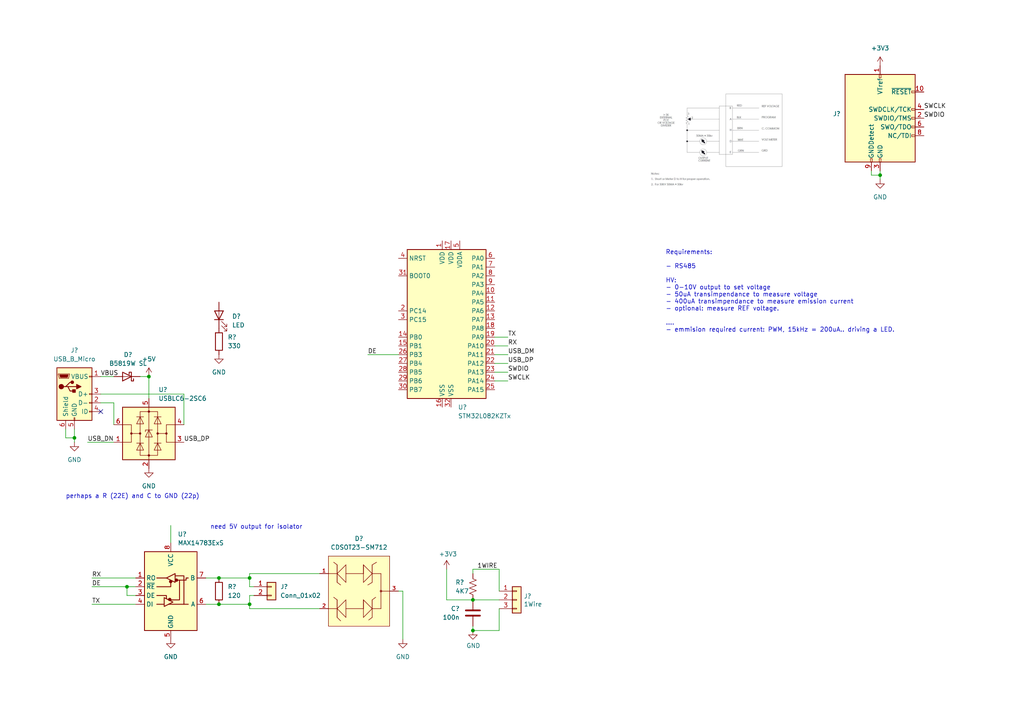
<source format=kicad_sch>
(kicad_sch (version 20211123) (generator eeschema)
  (paper "A4")
  (lib_symbols
    (symbol "Connector:Conn_ARM_JTAG_SWD_10" (pin_names (offset 1.016))
      (property "Reference" "J" (at -2.54 16.51 0))
      (property "Value" "Conn_ARM_JTAG_SWD_10" (at -2.54 13.97 0))
      (symbol "Conn_ARM_JTAG_SWD_10_0_1"
        (rectangle (start -10.16 12.7) (end 10.16 -12.7) (stroke (width 0.254)) (fill (type background)))
        (rectangle (start -2.794 -12.7) (end -2.286 -11.684))
        (rectangle (start -0.254 -12.7) (end 0.254 -11.684))
        (rectangle (start -0.254 12.7) (end 0.254 11.684))
        (rectangle (start 9.144 2.286) (end 10.16 2.794))
        (rectangle (start 10.16 -2.794) (end 9.144 -2.286))
        (rectangle (start 10.16 -0.254) (end 9.144 0.254))
        (rectangle (start 10.16 7.874) (end 9.144 7.366))
      )
      (symbol "Conn_ARM_JTAG_SWD_10_1_1"
        (rectangle (start 9.144 -5.334) (end 10.16 -4.826))
        (pin power_in line (at 0 15.24 270) (length 2.54) (name "VTref") (number "1"))
        (pin open_collector line (at 12.7 7.62 180) (length 2.54) (name "~{RESET}") (number "10"))
        (pin bidirectional line (at 12.7 0 180) (length 2.54) (name "SWDIO/TMS") (number "2"))
        (pin power_in line (at 0 -15.24 90) (length 2.54) (name "GND") (number "3"))
        (pin output line (at 12.7 2.54 180) (length 2.54) (name "SWDCLK/TCK") (number "4"))
        (pin passive line (at 0 -15.24 90) (length 2.54) hide (name "GND") (number "5"))
        (pin input line (at 12.7 -2.54 180) (length 2.54) (name "SWO/TDO") (number "6"))
        (pin no_connect line (at -10.16 0 0) (length 2.54) hide (name "KEY") (number "7"))
        (pin output line (at 12.7 -5.08 180) (length 2.54) (name "NC/TDI") (number "8"))
        (pin passive line (at -2.54 -15.24 90) (length 2.54) (name "GNDDetect") (number "9"))
      )
    )
    (symbol "Connector:USB_B_Micro" (pin_names (offset 1.016))
      (property "Reference" "J" (at -5.08 11.43 0))
      (property "Value" "USB_B_Micro" (at -5.08 8.89 0))
      (symbol "USB_B_Micro_0_1"
        (rectangle (start -5.08 -7.62) (end 5.08 7.62) (stroke (width 0.254)) (fill (type background)))
        (circle (center -3.81 2.159) (radius 0.635) (stroke (width 0.254)) (fill (type outline)))
        (circle (center -0.635 3.429) (radius 0.381) (stroke (width 0.254)) (fill (type outline)))
        (rectangle (start -0.127 -7.62) (end 0.127 -6.858))
        (polyline (pts (xy -1.905 2.159) (xy 0.635 2.159)) (stroke (width 0.254)))
        (polyline (pts (xy -3.175 2.159) (xy -2.54 2.159) (xy -1.27 3.429) (xy -0.635 3.429)) (stroke (width 0.254)))
        (polyline (pts (xy -2.54 2.159) (xy -1.905 2.159) (xy -1.27 0.889) (xy 0 0.889)) (stroke (width 0.254)))
        (polyline (pts (xy 0.635 2.794) (xy 0.635 1.524) (xy 1.905 2.159) (xy 0.635 2.794)) (stroke (width 0.254)) (fill (type outline)))
        (polyline (pts (xy -4.318 5.588) (xy -1.778 5.588) (xy -2.032 4.826) (xy -4.064 4.826) (xy -4.318 5.588)) (fill (type outline)))
        (polyline (pts (xy -4.699 5.842) (xy -4.699 5.588) (xy -4.445 4.826) (xy -4.445 4.572) (xy -1.651 4.572) (xy -1.651 4.826) (xy -1.397 5.588) (xy -1.397 5.842) (xy -4.699 5.842)))
        (rectangle (start 0.254 1.27) (end -0.508 0.508) (stroke (width 0.254)) (fill (type outline)))
        (rectangle (start 5.08 -5.207) (end 4.318 -4.953))
        (rectangle (start 5.08 -2.667) (end 4.318 -2.413))
        (rectangle (start 5.08 -0.127) (end 4.318 0.127))
        (rectangle (start 5.08 4.953) (end 4.318 5.207))
      )
      (symbol "USB_B_Micro_1_1"
        (pin power_out line (at 7.62 5.08 180) (length 2.54) (name "VBUS") (number "1"))
        (pin bidirectional line (at 7.62 -2.54 180) (length 2.54) (name "D-") (number "2"))
        (pin bidirectional line (at 7.62 0 180) (length 2.54) (name "D+") (number "3"))
        (pin passive line (at 7.62 -5.08 180) (length 2.54) (name "ID") (number "4"))
        (pin power_out line (at 0 -10.16 90) (length 2.54) (name "GND") (number "5"))
        (pin passive line (at -2.54 -10.16 90) (length 2.54) (name "Shield") (number "6"))
      )
    )
    (symbol "Connector_Generic:Conn_01x02" (pin_names (offset 1.016) hide)
      (property "Reference" "J" (at 0 2.54 0))
      (property "Value" "Conn_01x02" (at 0 -5.08 0))
      (symbol "Conn_01x02_1_1"
        (rectangle (start -1.27 -2.413) (end 0 -2.667) (stroke (width 0.1524)))
        (rectangle (start -1.27 0.127) (end 0 -0.127) (stroke (width 0.1524)))
        (rectangle (start -1.27 1.27) (end 1.27 -3.81) (stroke (width 0.254)) (fill (type background)))
        (pin passive line (at -5.08 0 0) (length 3.81) (name "Pin_1") (number "1"))
        (pin passive line (at -5.08 -2.54 0) (length 3.81) (name "Pin_2") (number "2"))
      )
    )
    (symbol "Connector_Generic:Conn_01x03" (pin_names (offset 1.016) hide)
      (property "Reference" "J" (at 0 5.08 0))
      (property "Value" "Conn_01x03" (at 0 -5.08 0))
      (symbol "Conn_01x03_1_1"
        (rectangle (start -1.27 -2.413) (end 0 -2.667) (stroke (width 0.1524)))
        (rectangle (start -1.27 0.127) (end 0 -0.127) (stroke (width 0.1524)))
        (rectangle (start -1.27 2.667) (end 0 2.413) (stroke (width 0.1524)))
        (rectangle (start -1.27 3.81) (end 1.27 -3.81) (stroke (width 0.254)) (fill (type background)))
        (pin passive line (at -5.08 2.54 0) (length 3.81) (name "Pin_1") (number "1"))
        (pin passive line (at -5.08 0 0) (length 3.81) (name "Pin_2") (number "2"))
        (pin passive line (at -5.08 -2.54 0) (length 3.81) (name "Pin_3") (number "3"))
      )
    )
    (symbol "Device:C" (pin_numbers hide) (pin_names (offset 0.254))
      (property "Reference" "C" (at 0.635 2.54 0))
      (property "Value" "C" (at 0.635 -2.54 0))
      (symbol "C_0_1"
        (polyline (pts (xy -2.032 -0.762) (xy 2.032 -0.762)) (stroke (width 0.508)))
        (polyline (pts (xy -2.032 0.762) (xy 2.032 0.762)) (stroke (width 0.508)))
      )
      (symbol "C_1_1"
        (pin passive line (at 0 3.81 270) (length 2.794) (name "~") (number "1"))
        (pin passive line (at 0 -3.81 90) (length 2.794) (name "~") (number "2"))
      )
    )
    (symbol "Device:D_Schottky" (pin_numbers hide) (pin_names (offset 1.016) hide)
      (property "Reference" "D" (at 0 2.54 0))
      (property "Value" "D_Schottky" (at 0 -2.54 0))
      (symbol "D_Schottky_0_1"
        (polyline (pts (xy 1.27 0) (xy -1.27 0)))
        (polyline (pts (xy 1.27 1.27) (xy 1.27 -1.27) (xy -1.27 0) (xy 1.27 1.27)) (stroke (width 0.254)))
        (polyline (pts (xy -1.905 0.635) (xy -1.905 1.27) (xy -1.27 1.27) (xy -1.27 -1.27) (xy -0.635 -1.27) (xy -0.635 -0.635)) (stroke (width 0.254)))
      )
      (symbol "D_Schottky_1_1"
        (pin passive line (at -3.81 0 0) (length 2.54) (name "K") (number "1"))
        (pin passive line (at 3.81 0 180) (length 2.54) (name "A") (number "2"))
      )
    )
    (symbol "Device:LED" (pin_numbers hide) (pin_names (offset 1.016) hide)
      (property "Reference" "D" (at 0 2.54 0))
      (property "Value" "LED" (at 0 -2.54 0))
      (symbol "LED_0_1"
        (polyline (pts (xy -1.27 -1.27) (xy -1.27 1.27)) (stroke (width 0.254)))
        (polyline (pts (xy -1.27 0) (xy 1.27 0)))
        (polyline (pts (xy 1.27 -1.27) (xy 1.27 1.27) (xy -1.27 0) (xy 1.27 -1.27)) (stroke (width 0.254)))
        (polyline (pts (xy -3.048 -0.762) (xy -4.572 -2.286) (xy -3.81 -2.286) (xy -4.572 -2.286) (xy -4.572 -1.524)))
        (polyline (pts (xy -1.778 -0.762) (xy -3.302 -2.286) (xy -2.54 -2.286) (xy -3.302 -2.286) (xy -3.302 -1.524)))
      )
      (symbol "LED_1_1"
        (pin passive line (at -3.81 0 0) (length 2.54) (name "K") (number "1"))
        (pin passive line (at 3.81 0 180) (length 2.54) (name "A") (number "2"))
      )
    )
    (symbol "Device:R" (pin_numbers hide) (pin_names (offset 0))
      (property "Reference" "R" (at 2.032 0 90))
      (property "Value" "R" (at 0 0 90))
      (symbol "R_0_1"
        (rectangle (start -1.016 -2.54) (end 1.016 2.54) (stroke (width 0.254)))
      )
      (symbol "R_1_1"
        (pin passive line (at 0 3.81 270) (length 1.27) (name "~") (number "1"))
        (pin passive line (at 0 -3.81 90) (length 1.27) (name "~") (number "2"))
      )
    )
    (symbol "Device:R_US" (pin_numbers hide) (pin_names (offset 0))
      (property "Reference" "R" (at 2.54 0 90))
      (property "Value" "R_US" (at -2.54 0 90))
      (symbol "R_US_0_1"
        (polyline (pts (xy 0 -2.286) (xy 0 -2.54)))
        (polyline (pts (xy 0 2.286) (xy 0 2.54)))
        (polyline (pts (xy 0 -0.762) (xy 1.016 -1.143) (xy 0 -1.524) (xy -1.016 -1.905) (xy 0 -2.286)))
        (polyline (pts (xy 0 0.762) (xy 1.016 0.381) (xy 0 0) (xy -1.016 -0.381) (xy 0 -0.762)))
        (polyline (pts (xy 0 2.286) (xy 1.016 1.905) (xy 0 1.524) (xy -1.016 1.143) (xy 0 0.762)))
      )
      (symbol "R_US_1_1"
        (pin passive line (at 0 3.81 270) (length 1.27) (name "~") (number "1"))
        (pin passive line (at 0 -3.81 90) (length 1.27) (name "~") (number "2"))
      )
    )
    (symbol "Interface_UART:MAX14783ExS"
      (property "Reference" "U" (at -6.096 11.43 0))
      (property "Value" "MAX14783ExS" (at 0.762 11.43 0))
      (symbol "MAX14783ExS_0_1"
        (rectangle (start -7.62 10.16) (end 7.62 -12.7) (stroke (width 0.254)) (fill (type background)))
        (circle (center -0.3048 -3.683) (radius 0.3556) (stroke (width 0.254)) (fill (type outline)))
        (circle (center -0.0254 1.4986) (radius 0.3556) (stroke (width 0.254)) (fill (type outline)))
        (polyline (pts (xy -4.064 -5.08) (xy -1.905 -5.08)) (stroke (width 0.254)))
        (polyline (pts (xy -4.064 2.54) (xy -1.27 2.54)) (stroke (width 0.254)))
        (polyline (pts (xy -1.27 -3.2004) (xy -1.27 -3.4544)) (stroke (width 0.254)))
        (polyline (pts (xy -0.635 -5.08) (xy 5.08 -5.08)) (stroke (width 0.254)))
        (polyline (pts (xy -4.064 -2.54) (xy -1.27 -2.54) (xy -1.27 -3.175)) (stroke (width 0.254)))
        (polyline (pts (xy 0 1.27) (xy 0 0) (xy -4.064 0)) (stroke (width 0.254)))
        (polyline (pts (xy 1.27 3.175) (xy 3.81 3.175) (xy 3.81 -5.08)) (stroke (width 0.254)))
        (polyline (pts (xy 2.54 1.905) (xy 2.54 -3.81) (xy 0 -3.81)) (stroke (width 0.254)))
        (polyline (pts (xy -1.905 -3.175) (xy -1.905 -5.715) (xy 0.635 -4.445) (xy -1.905 -3.175)) (stroke (width 0.254)))
        (polyline (pts (xy -1.27 2.54) (xy 1.27 3.81) (xy 1.27 1.27) (xy -1.27 2.54)) (stroke (width 0.254)))
        (polyline (pts (xy 1.905 1.905) (xy 4.445 1.905) (xy 4.445 2.54) (xy 5.08 2.54)) (stroke (width 0.254)))
        (rectangle (start 1.27 3.175) (end 1.27 3.175))
        (circle (center 1.651 1.905) (radius 0.3556) (stroke (width 0.254)) (fill (type outline)))
      )
      (symbol "MAX14783ExS_1_1"
        (pin output line (at -10.16 2.54 0) (length 2.54) (name "RO") (number "1"))
        (pin input line (at -10.16 0 0) (length 2.54) (name "~{RE}") (number "2"))
        (pin input line (at -10.16 -2.54 0) (length 2.54) (name "DE") (number "3"))
        (pin input line (at -10.16 -5.08 0) (length 2.54) (name "DI") (number "4"))
        (pin power_in line (at 0 -15.24 90) (length 2.54) (name "GND") (number "5"))
        (pin bidirectional line (at 10.16 -5.08 180) (length 2.54) (name "A") (number "6"))
        (pin bidirectional line (at 10.16 2.54 180) (length 2.54) (name "B") (number "7"))
        (pin power_in line (at 0 12.7 270) (length 2.54) (name "VCC") (number "8"))
      )
    )
    (symbol "MCU_ST_STM32L0:STM32L082KZTx"
      (property "Reference" "U" (at -12.7 21.59 0))
      (property "Value" "STM32L082KZTx" (at 5.08 21.59 0))
      (symbol "STM32L082KZTx_0_1"
        (rectangle (start -12.7 -22.86) (end 10.16 20.32) (stroke (width 0.254)) (fill (type background)))
      )
      (symbol "STM32L082KZTx_1_1"
        (pin power_in line (at -2.54 22.86 270) (length 2.54) (name "VDD") (number "1"))
        (pin bidirectional line (at 12.7 7.62 180) (length 2.54) (name "PA4") (number "10"))
        (pin bidirectional line (at 12.7 5.08 180) (length 2.54) (name "PA5") (number "11"))
        (pin bidirectional line (at 12.7 2.54 180) (length 2.54) (name "PA6") (number "12"))
        (pin bidirectional line (at 12.7 0 180) (length 2.54) (name "PA7") (number "13"))
        (pin bidirectional line (at -15.24 -5.08 0) (length 2.54) (name "PB0") (number "14"))
        (pin bidirectional line (at -15.24 -7.62 0) (length 2.54) (name "PB1") (number "15"))
        (pin power_in line (at -2.54 -25.4 90) (length 2.54) (name "VSS") (number "16"))
        (pin power_in line (at 0 22.86 270) (length 2.54) (name "VDD") (number "17"))
        (pin bidirectional line (at 12.7 -2.54 180) (length 2.54) (name "PA8") (number "18"))
        (pin bidirectional line (at 12.7 -5.08 180) (length 2.54) (name "PA9") (number "19"))
        (pin bidirectional line (at -15.24 2.54 0) (length 2.54) (name "PC14") (number "2"))
        (pin bidirectional line (at 12.7 -7.62 180) (length 2.54) (name "PA10") (number "20"))
        (pin bidirectional line (at 12.7 -10.16 180) (length 2.54) (name "PA11") (number "21"))
        (pin bidirectional line (at 12.7 -12.7 180) (length 2.54) (name "PA12") (number "22"))
        (pin bidirectional line (at 12.7 -15.24 180) (length 2.54) (name "PA13") (number "23"))
        (pin bidirectional line (at 12.7 -17.78 180) (length 2.54) (name "PA14") (number "24"))
        (pin bidirectional line (at 12.7 -20.32 180) (length 2.54) (name "PA15") (number "25"))
        (pin bidirectional line (at -15.24 -10.16 0) (length 2.54) (name "PB3") (number "26"))
        (pin bidirectional line (at -15.24 -12.7 0) (length 2.54) (name "PB4") (number "27"))
        (pin bidirectional line (at -15.24 -15.24 0) (length 2.54) (name "PB5") (number "28"))
        (pin bidirectional line (at -15.24 -17.78 0) (length 2.54) (name "PB6") (number "29"))
        (pin bidirectional line (at -15.24 0 0) (length 2.54) (name "PC15") (number "3"))
        (pin bidirectional line (at -15.24 -20.32 0) (length 2.54) (name "PB7") (number "30"))
        (pin input line (at -15.24 12.7 0) (length 2.54) (name "BOOT0") (number "31"))
        (pin power_in line (at 0 -25.4 90) (length 2.54) (name "VSS") (number "32"))
        (pin input line (at -15.24 17.78 0) (length 2.54) (name "NRST") (number "4"))
        (pin power_in line (at 2.54 22.86 270) (length 2.54) (name "VDDA") (number "5"))
        (pin bidirectional line (at 12.7 17.78 180) (length 2.54) (name "PA0") (number "6"))
        (pin bidirectional line (at 12.7 15.24 180) (length 2.54) (name "PA1") (number "7"))
        (pin bidirectional line (at 12.7 12.7 180) (length 2.54) (name "PA2") (number "8"))
        (pin bidirectional line (at 12.7 10.16 180) (length 2.54) (name "PA3") (number "9"))
      )
    )
    (symbol "Octopart:CDSOT23-SM712" (pin_names (offset 1.016))
      (property "Reference" "D" (at 0 7.62 0))
      (property "Value" "CDSOT23-SM712" (at 0 10.16 0))
      (symbol "CDSOT23-SM712_1_1"
        (polyline (pts (xy 5.08 -10.16) (xy 7.62 -10.16)))
        (polyline (pts (xy 5.08 0) (xy 7.62 0)))
        (polyline (pts (xy 7.62 -12.7) (xy 7.62 -10.16)))
        (polyline (pts (xy 7.62 -12.7) (xy 8.636 -13.716)))
        (polyline (pts (xy 7.62 -10.16) (xy 7.62 -7.62)))
        (polyline (pts (xy 7.62 -10.16) (xy 10.16 -7.62)))
        (polyline (pts (xy 7.62 -7.62) (xy 6.604 -6.858)))
        (polyline (pts (xy 7.62 -7.62) (xy 7.62 -12.7)))
        (polyline (pts (xy 7.62 -2.54) (xy 7.62 0)))
        (polyline (pts (xy 7.62 -2.54) (xy 8.636 -3.302)))
        (polyline (pts (xy 7.62 0) (xy 7.62 2.54)))
        (polyline (pts (xy 7.62 0) (xy 10.16 2.54)))
        (polyline (pts (xy 7.62 2.54) (xy 6.604 3.302)))
        (polyline (pts (xy 7.62 2.54) (xy 7.62 -2.54)))
        (polyline (pts (xy 10.16 -12.7) (xy 7.62 -10.16)))
        (polyline (pts (xy 10.16 -10.16) (xy 15.24 -10.16)))
        (polyline (pts (xy 10.16 -7.62) (xy 10.16 -12.7)))
        (polyline (pts (xy 10.16 -2.54) (xy 7.62 0)))
        (polyline (pts (xy 10.16 0) (xy 15.24 0)))
        (polyline (pts (xy 10.16 2.54) (xy 10.16 -2.54)))
        (polyline (pts (xy 15.24 -12.7) (xy 17.78 -10.16)))
        (polyline (pts (xy 15.24 -10.16) (xy 15.24 -7.62)))
        (polyline (pts (xy 15.24 -7.62) (xy 15.24 -12.7)))
        (polyline (pts (xy 15.24 -2.54) (xy 17.78 0)))
        (polyline (pts (xy 15.24 0) (xy 15.24 2.54)))
        (polyline (pts (xy 15.24 2.54) (xy 15.24 -2.54)))
        (polyline (pts (xy 17.78 -12.7) (xy 16.764 -13.462)))
        (polyline (pts (xy 17.78 -10.16) (xy 15.24 -7.62)))
        (polyline (pts (xy 17.78 -10.16) (xy 17.78 -7.62)))
        (polyline (pts (xy 17.78 -7.62) (xy 17.78 -12.7)))
        (polyline (pts (xy 17.78 -7.62) (xy 18.796 -6.858)))
        (polyline (pts (xy 17.78 -2.54) (xy 16.51 -3.302)))
        (polyline (pts (xy 17.78 0) (xy 15.24 2.54)))
        (polyline (pts (xy 17.78 0) (xy 17.78 2.54)))
        (polyline (pts (xy 17.78 0) (xy 20.32 0)))
        (polyline (pts (xy 17.78 2.54) (xy 17.78 -2.54)))
        (polyline (pts (xy 17.78 2.54) (xy 19.05 3.302)))
        (polyline (pts (xy 20.32 -10.16) (xy 17.78 -10.16)))
        (polyline (pts (xy 20.32 0) (xy 20.32 -10.16)))
        (polyline (pts (xy 22.86 -5.08) (xy 20.32 -5.08)))
        (rectangle (start 5.08 5.08) (end 22.86 -15.24) (fill (type background)))
        (circle (center 20.32 -5.08) (radius 0.254))
        (pin passive line (at 2.54 0 0) (length 2.54) (name "1") (number "1"))
        (pin passive line (at 2.54 -10.16 0) (length 2.54) (name "2") (number "2"))
        (pin passive line (at 25.4 -5.08 180) (length 2.54) (name "3") (number "3"))
      )
    )
    (symbol "Power_Protection:USBLC6-2SC6" (pin_names hide)
      (property "Reference" "U" (at 2.54 8.89 0))
      (property "Value" "USBLC6-2SC6" (at 2.54 -8.89 0))
      (symbol "USBLC6-2SC6_0_1"
        (rectangle (start -7.62 -7.62) (end 7.62 7.62) (stroke (width 0.254)) (fill (type background)))
        (circle (center -5.08 0) (radius 0.254) (fill (type outline)))
        (circle (center -2.54 0) (radius 0.254) (fill (type outline)))
        (rectangle (start -2.54 6.35) (end 2.54 -6.35))
        (circle (center 0 -6.35) (radius 0.254) (fill (type outline)))
        (polyline (pts (xy -5.08 -2.54) (xy -7.62 -2.54)))
        (polyline (pts (xy -5.08 0) (xy -5.08 -2.54)))
        (polyline (pts (xy -5.08 2.54) (xy -7.62 2.54)))
        (polyline (pts (xy -1.524 -2.794) (xy -3.556 -2.794)))
        (polyline (pts (xy -1.524 4.826) (xy -3.556 4.826)))
        (polyline (pts (xy 0 -7.62) (xy 0 -6.35)))
        (polyline (pts (xy 0 -6.35) (xy 0 1.27)))
        (polyline (pts (xy 0 1.27) (xy 0 6.35)))
        (polyline (pts (xy 0 6.35) (xy 0 7.62)))
        (polyline (pts (xy 1.524 -2.794) (xy 3.556 -2.794)))
        (polyline (pts (xy 1.524 4.826) (xy 3.556 4.826)))
        (polyline (pts (xy 5.08 -2.54) (xy 7.62 -2.54)))
        (polyline (pts (xy 5.08 0) (xy 5.08 -2.54)))
        (polyline (pts (xy 5.08 2.54) (xy 7.62 2.54)))
        (polyline (pts (xy -2.54 0) (xy -5.08 0) (xy -5.08 2.54)))
        (polyline (pts (xy 2.54 0) (xy 5.08 0) (xy 5.08 2.54)))
        (polyline (pts (xy -3.556 -4.826) (xy -1.524 -4.826) (xy -2.54 -2.794) (xy -3.556 -4.826)))
        (polyline (pts (xy -3.556 2.794) (xy -1.524 2.794) (xy -2.54 4.826) (xy -3.556 2.794)))
        (polyline (pts (xy -1.016 -1.016) (xy 1.016 -1.016) (xy 0 1.016) (xy -1.016 -1.016)))
        (polyline (pts (xy 1.016 1.016) (xy 0.762 1.016) (xy -1.016 1.016) (xy -1.016 0.508)))
        (polyline (pts (xy 3.556 -4.826) (xy 1.524 -4.826) (xy 2.54 -2.794) (xy 3.556 -4.826)))
        (polyline (pts (xy 3.556 2.794) (xy 1.524 2.794) (xy 2.54 4.826) (xy 3.556 2.794)))
        (circle (center 0 6.35) (radius 0.254) (fill (type outline)))
        (circle (center 2.54 0) (radius 0.254) (fill (type outline)))
        (circle (center 5.08 0) (radius 0.254) (fill (type outline)))
      )
      (symbol "USBLC6-2SC6_1_1"
        (pin passive line (at -10.16 -2.54 0) (length 2.54) (name "I/O1") (number "1"))
        (pin passive line (at 0 -10.16 90) (length 2.54) (name "GND") (number "2"))
        (pin passive line (at 10.16 -2.54 180) (length 2.54) (name "I/O2") (number "3"))
        (pin passive line (at 10.16 2.54 180) (length 2.54) (name "I/O2") (number "4"))
        (pin passive line (at 0 10.16 270) (length 2.54) (name "VBUS") (number "5"))
        (pin passive line (at -10.16 2.54 0) (length 2.54) (name "I/O1") (number "6"))
      )
    )
    (symbol "power:+3.3V" (power) (pin_names (offset 0))
      (property "Value" "+3.3V" (at 0 3.556 0))
      (symbol "+3.3V_0_1"
        (polyline (pts (xy -0.762 1.27) (xy 0 2.54)))
        (polyline (pts (xy 0 0) (xy 0 2.54)))
        (polyline (pts (xy 0 2.54) (xy 0.762 1.27)))
      )
      (symbol "+3.3V_1_1"
        (pin power_in line (at 0 0 90) (length 0) hide (name "+3V3") (number "1"))
      )
    )
    (symbol "power:+3V3" (power) (pin_names (offset 0))
      (property "Value" "+3V3" (at 0 3.556 0))
      (symbol "+3V3_0_1"
        (polyline (pts (xy -0.762 1.27) (xy 0 2.54)))
        (polyline (pts (xy 0 0) (xy 0 2.54)))
        (polyline (pts (xy 0 2.54) (xy 0.762 1.27)))
      )
      (symbol "+3V3_1_1"
        (pin power_in line (at 0 0 90) (length 0) hide (name "+3V3") (number "1"))
      )
    )
    (symbol "power:+5V" (power) (pin_names (offset 0))
      (property "Value" "+5V" (at 0 3.556 0))
      (symbol "+5V_0_1"
        (polyline (pts (xy -0.762 1.27) (xy 0 2.54)))
        (polyline (pts (xy 0 0) (xy 0 2.54)))
        (polyline (pts (xy 0 2.54) (xy 0.762 1.27)))
      )
      (symbol "+5V_1_1"
        (pin power_in line (at 0 0 90) (length 0) hide (name "+5V") (number "1"))
      )
    )
    (symbol "power:GND" (power) (pin_names (offset 0))
      (property "Value" "GND" (at 0 -3.81 0))
      (symbol "GND_0_1"
        (polyline (pts (xy 0 0) (xy 0 -1.27) (xy 1.27 -1.27) (xy 0 -2.54) (xy -1.27 -1.27) (xy 0 -1.27)))
      )
      (symbol "GND_1_1"
        (pin power_in line (at 0 0 270) (length 0) hide (name "GND") (number "1"))
      )
    )
  )
  (junction (at 43.18 109.22))
  (junction (at 21.59 127))
  (junction (at 72.39 175.26))
  (junction (at 137.16 173.99))
  (junction (at 137.16 182.88))
  (junction (at 63.5 175.26))
  (junction (at 255.27 50.8))
  (junction (at 72.39 167.64))
  (junction (at 63.5 167.64))
  (junction (at 36.83 170.18))
  (no_connect (at 29.21 119.38))
  (wire (pts (xy 144.78 165.1) (xy 144.78 171.45)))
  (wire (pts (xy 40.64 109.22) (xy 43.18 109.22)))
  (wire (pts (xy 49.53 152.4) (xy 49.53 157.48)))
  (wire (pts (xy 25.4 128.27) (xy 33.02 128.27)))
  (wire (pts (xy 53.34 114.3) (xy 53.34 123.19)))
  (wire (pts (xy 21.59 127) (xy 21.59 128.27)))
  (wire (pts (xy 63.5 175.26) (xy 72.39 175.26)))
  (wire (pts (xy 144.78 173.99) (xy 137.16 173.99)))
  (wire (pts (xy 72.39 170.18) (xy 73.66 170.18)))
  (wire (pts (xy 26.67 167.64) (xy 39.37 167.64)))
  (wire (pts (xy 73.66 172.72) (xy 72.39 172.72)))
  (wire (pts (xy 143.51 110.49) (xy 147.32 110.49)))
  (wire (pts (xy 143.51 97.79) (xy 147.32 97.79)))
  (wire (pts (xy 72.39 166.37) (xy 72.39 167.64)))
  (wire (pts (xy 59.69 175.26) (xy 63.5 175.26)))
  (wire (pts (xy 143.51 107.95) (xy 147.32 107.95)))
  (wire (pts (xy 116.84 171.45) (xy 115.57 171.45)))
  (wire (pts (xy 29.21 114.3) (xy 53.34 114.3)))
  (wire (pts (xy 33.02 109.22) (xy 29.21 109.22)))
  (wire (pts (xy 137.16 166.37) (xy 137.16 165.1)))
  (wire (pts (xy 63.5 167.64) (xy 72.39 167.64)))
  (wire (pts (xy 143.51 102.87) (xy 147.32 102.87)))
  (wire (pts (xy 36.83 170.18) (xy 39.37 170.18)))
  (wire (pts (xy 36.83 172.72) (xy 36.83 170.18)))
  (wire (pts (xy 72.39 167.64) (xy 72.39 170.18)))
  (wire (pts (xy 144.78 182.88) (xy 144.78 176.53)))
  (wire (pts (xy 29.21 116.84) (xy 33.02 116.84)))
  (wire (pts (xy 137.16 173.99) (xy 129.54 173.99)))
  (wire (pts (xy 252.73 49.53) (xy 252.73 50.8)))
  (wire (pts (xy 26.67 170.18) (xy 36.83 170.18)))
  (wire (pts (xy 21.59 124.46) (xy 21.59 127)))
  (wire (pts (xy 129.54 173.99) (xy 129.54 165.1)))
  (wire (pts (xy 143.51 105.41) (xy 147.32 105.41)))
  (wire (pts (xy 92.71 166.37) (xy 72.39 166.37)))
  (wire (pts (xy 33.02 116.84) (xy 33.02 123.19)))
  (wire (pts (xy 255.27 49.53) (xy 255.27 50.8)))
  (wire (pts (xy 137.16 182.88) (xy 144.78 182.88)))
  (wire (pts (xy 19.05 124.46) (xy 19.05 127)))
  (wire (pts (xy 92.71 176.53) (xy 72.39 176.53)))
  (wire (pts (xy 19.05 127) (xy 21.59 127)))
  (wire (pts (xy 137.16 165.1) (xy 144.78 165.1)))
  (wire (pts (xy 59.69 167.64) (xy 63.5 167.64)))
  (wire (pts (xy 39.37 172.72) (xy 36.83 172.72)))
  (wire (pts (xy 255.27 50.8) (xy 252.73 50.8)))
  (wire (pts (xy 43.18 109.22) (xy 43.18 115.57)))
  (wire (pts (xy 26.67 175.26) (xy 39.37 175.26)))
  (wire (pts (xy 106.68 102.87) (xy 115.57 102.87)))
  (wire (pts (xy 72.39 176.53) (xy 72.39 175.26)))
  (wire (pts (xy 72.39 172.72) (xy 72.39 175.26)))
  (wire (pts (xy 137.16 181.61) (xy 137.16 182.88)))
  (wire (pts (xy 255.27 50.8) (xy 255.27 52.07)))
  (wire (pts (xy 143.51 100.33) (xy 147.32 100.33)))
  (wire (pts (xy 116.84 185.42) (xy 116.84 171.45)))
  (image (at 208.28 40.64))
  (text "Requirements:\n\n- RS485\n\nHV:\n- 0-10V output to set voltage\n- 50uA transimpendance to measure voltage\n- 400uA transimpendance to measure emission current\n- optional: measure REF voltage.\n\n....\n- emmision required current: PWM, 15kHz = 200uA.. driving a LED." (at 193.04 96.52 0) (effects (font (size 1.27 1.27)) (justify left bottom)))
  (text "need 5V output for isolator" (at 60.96 153.67 0) (effects (font (size 1.27 1.27)) (justify left bottom)))
  (text "perhaps a R (22E) and C to GND (22p)" (at 19.05 144.78 0) (effects (font (size 1.27 1.27)) (justify left bottom)))
  (label "USB_DN" (at 25.4 128.27 0))
  (label "1WIRE" (at 138.43 165.1 0))
  (label "SWDIO" (at 267.97 34.29 0))
  (label "DE" (at 26.67 170.18 0))
  (label "RX" (at 147.32 100.33 0))
  (label "SWDIO" (at 147.32 107.95 0))
  (label "RX" (at 26.67 167.64 0))
  (label "SWCLK" (at 267.97 31.75 0))
  (label "TX" (at 26.67 175.26 0))
  (label "SWCLK" (at 147.32 110.49 0))
  (label "USB_DP" (at 147.32 105.41 0))
  (label "USB_DM" (at 147.32 102.87 0))
  (label "DE" (at 106.68 102.87 0))
  (label "USB_DP" (at 53.34 128.27 0))
  (label "TX" (at 147.32 97.79 0))
  (label "VBUS" (at 29.21 109.22 0))
  (symbol (lib_id "power:GND") (at 63.5 102.87 0) (unit 1)
    (property "Reference" "#PWR?" (effects hide))
    (property "Value" "GND" (at 63.5 107.95 0))
  )
  (symbol (lib_id "Device:D_Schottky") (at 36.83 109.22 180) (unit 1)
    (property "Reference" "D?" (at 37.1475 102.87 0))
    (property "Value" "B5819W SL" (at 37.1475 105.41 0))
    (property "Footprint" "Diode_SMD:D_SOD-123" (effects hide))
    (property "Datasheet" "https://datasheet.lcsc.com/lcsc/1809140216_Changjiang-Electronics-Tech--CJ-B5819W-SL_C8598.pdf" (effects hide))
  )
  (symbol (lib_id "power:+5V") (at 43.18 109.22 0) (unit 1)
    (property "Reference" "#PWR?" (effects hide))
    (property "Value" "+5V" (at 43.18 104.14 0))
  )
  (symbol (lib_id "power:GND") (at 116.84 185.42 0) (unit 1)
    (property "Reference" "#PWR?" (effects hide))
    (property "Value" "GND" (at 116.84 190.5 0))
  )
  (symbol (lib_id "Connector:USB_B_Micro") (at 21.59 114.3 0) (unit 1)
    (property "Reference" "J?" (at 21.59 101.6 0))
    (property "Value" "USB_B_Micro" (at 21.59 104.14 0))
    (property "Footprint" "Connector_USB:USB_Mini-B_Tensility_54-00023_Vertical" (effects hide))
  )
  (symbol (lib_id "power:+3.3V") (at 255.27 19.05 0) (unit 1)
    (property "Reference" "#PWR?" (effects hide))
    (property "Value" "+3.3V" (at 255.27 13.97 0))
  )
  (symbol (lib_id "MCU_ST_STM32L0:STM32L082KZTx") (at 130.81 92.71 0) (unit 1)
    (property "Reference" "U?" (at 132.8294 118.11 0) (effects (justify left)))
    (property "Value" "STM32L082KZTx" (at 132.8294 120.65 0) (effects (justify left)))
    (property "Footprint" "Package_QFP:LQFP-32_7x7mm_P0.8mm" (effects hide))
    (property "Datasheet" "http://www.st.com/st-web-ui/static/active/en/resource/technical/document/datasheet/DM00141132.pdf" (effects hide))
  )
  (symbol (lib_id "power:GND") (at 49.53 185.42 0) (unit 1)
    (property "Reference" "#PWR?" (effects hide))
    (property "Value" "GND" (at 49.53 190.5 0))
  )
  (symbol (lib_id "power:GND") (at 255.27 52.07 0) (unit 1)
    (property "Reference" "#PWR?" (effects hide))
    (property "Value" "GND" (at 255.27 57.15 0))
  )
  (symbol (lib_id "Connector_Generic:Conn_01x03") (at 149.86 173.99 0) (unit 1)
    (property "Reference" "J?" (at 151.892 172.9232 0) (effects (justify left)))
    (property "Value" "1Wire" (at 151.892 175.2346 0) (effects (justify left)))
    (property "Footprint" "Connector_PinHeader_2.54mm:PinHeader_1x03_P2.54mm_Vertical" (effects hide))
  )
  (symbol (lib_id "power:GND") (at 43.18 135.89 0) (unit 1)
    (property "Reference" "#PWR?" (effects hide))
    (property "Value" "GND" (at 43.18 140.97 0))
  )
  (symbol (lib_id "power:GND") (at 137.16 182.88 0) (unit 1)
    (property "Reference" "#PWR?" (effects hide))
    (property "Value" "GND" (at 137.287 187.2742 0))
  )
  (symbol (lib_id "Octopart:CDSOT23-SM712") (at 90.17 166.37 0) (unit 1)
    (property "Reference" "D?" (at 104.14 156.21 0))
    (property "Value" "CDSOT23-SM712" (at 104.14 158.75 0))
    (property "Footprint" "Octopart:Bourns_Inc.-SOT23-0-0-IPC_B" (effects hide))
    (property "Datasheet" "https://www.bourns.com/docs/Product-Datasheets/CDSOT23-SM712.pdf" (effects hide))
    (property "automotive" "No" (effects hide))
    (property "breakdown voltage" "7.5V" (effects hide))
    (property "capacitance" "75pF" (effects hide))
    (property "category" "Diode" (effects hide))
    (property "clamping voltage" "26V" (effects hide))
    (property "device class L1" "Circuit Protection" (effects hide))
    (property "device class L2" "TVS Diodes" (effects hide))
    (property "device class L3" "unset" (effects hide))
    (property "digikey description" "TVS DIODE 7V/12V 14V/26V SOT23-3" (effects hide))
    (property "digikey part number" "CDSOT23-SM712CT-ND" (effects hide))
    (property "direction" "Bidirectional" (effects hide))
    (property "height" "1.17mm" (effects hide))
    (property "ipc land pattern name" "SOT95P229X103-3" (effects hide))
    (property "lead free" "Yes" (effects hide))
    (property "library id" "48eaa02cc4048b02" (effects hide))
    (property "manufacturer" "Bourns Inc." (effects hide))
    (property "mouser description" "Transient Voltage Suppressor, TVS, CDSOT23 Series, Unidirectional, 12 V, SOT-23, 3, 13.3 V" (effects hide))
    (property "mouser part number" "652-CDSOT23-SM712" (effects hide))
    (property "number of channels" "2" (effects hide))
    (property "package" "SOT23-3" (effects hide))
    (property "peak pulse current" "17A" (effects hide))
    (property "peak pulse power" "400W" (effects hide))
    (property "reverse standoff voltage" "12V" (effects hide))
    (property "rohs" "Yes" (effects hide))
    (property "standoff height" "0.05mm" (effects hide))
    (property "temperature range high" "+150°C" (effects hide))
    (property "temperature range low" "-55°C" (effects hide))
  )
  (symbol (lib_id "Device:LED") (at 63.5 91.44 90) (unit 1)
    (property "Reference" "D?" (at 67.31 91.7574 90) (effects (justify right)))
    (property "Value" "LED" (at 67.31 94.2974 90) (effects (justify right)))
    (property "Footprint" "LED_SMD:LED_0603_1608Metric" (effects hide))
    (property "LCSC" "C2286" (effects hide))
  )
  (symbol (lib_id "power:+3V3") (at 129.54 165.1 0) (unit 1)
    (property "Reference" "#PWR?" (effects hide))
    (property "Value" "+3V3" (at 129.921 160.7058 0))
  )
  (symbol (lib_id "Interface_UART:MAX14783ExS") (at 49.53 170.18 0) (unit 1)
    (property "Reference" "U?" (at 51.5494 154.94 0) (effects (justify left)))
    (property "Value" "MAX14783ExS" (at 51.5494 157.48 0) (effects (justify left)))
    (property "Footprint" "Package_SO:SOIC-8_3.9x4.9mm_P1.27mm" (effects hide))
    (property "Datasheet" "https://datasheets.maximintegrated.com/en/ds/MAX14783E.pdf" (effects hide))
  )
  (symbol (lib_id "Device:R_US") (at 137.16 170.18 180) (unit 1)
    (property "Reference" "R?" (at 132.08 168.91 0) (effects (justify right)))
    (property "Value" "4K7" (at 132.08 171.45 0) (effects (justify right)))
    (property "Footprint" "Resistor_SMD:R_0402_1005Metric" (effects hide))
  )
  (symbol (lib_id "Connector:Conn_ARM_JTAG_SWD_10") (at 255.27 34.29 0) (unit 1)
    (property "Reference" "J?" (at 243.84 33.0199 0) (effects (justify right)))
    (property "Value" "Conn_ARM_JTAG_SWD_10" (effects hide))
    (property "Footprint" "Connector_PinHeader_1.27mm:PinHeader_2x05_P1.27mm_Vertical" (effects hide))
    (property "Datasheet" "http://infocenter.arm.com/help/topic/com.arm.doc.ddi0314h/DDI0314H_coresight_components_trm.pdf" (effects hide))
  )
  (symbol (lib_id "Connector_Generic:Conn_01x02") (at 78.74 170.18 0) (unit 1)
    (property "Reference" "J?" (at 81.28 170.1799 0) (effects (justify left)))
    (property "Value" "Conn_01x02" (at 81.28 172.7199 0) (effects (justify left)))
    (property "Footprint" "Connector_JST:JST_XH_B2B-XH-A_1x02_P2.50mm_Vertical" (effects hide))
  )
  (symbol (lib_id "power:GND") (at 21.59 128.27 0) (unit 1)
    (property "Reference" "#PWR?" (effects hide))
    (property "Value" "GND" (at 21.59 133.35 0))
  )
  (symbol (lib_id "Device:R") (at 63.5 171.45 0) (unit 1)
    (property "Reference" "R?" (at 66.04 170.1799 0) (effects (justify left)))
    (property "Value" "120" (at 66.04 172.7199 0) (effects (justify left)))
    (property "Footprint" "Resistor_SMD:R_0805_2012Metric_Pad1.20x1.40mm_HandSolder" (effects hide))
  )
  (symbol (lib_id "Device:C") (at 137.16 177.8 0) (mirror x) (unit 1)
    (property "Reference" "C?" (at 133.35 176.5299 0) (effects (justify right)))
    (property "Value" "100n" (at 133.35 179.0699 0) (effects (justify right)))
    (property "Footprint" "Capacitor_SMD:C_0402_1005Metric" (effects hide))
    (property "LCSC" "C1525" (effects hide))
  )
  (symbol (lib_id "Device:R") (at 63.5 99.06 0) (unit 1)
    (property "Reference" "R?" (at 66.04 97.7899 0) (effects (justify left)))
    (property "Value" "330" (at 66.04 100.3299 0) (effects (justify left)))
    (property "Footprint" "Resistor_SMD:R_0402_1005Metric" (effects hide))
  )
  (symbol (lib_id "Power_Protection:USBLC6-2SC6") (at 43.18 125.73 0) (unit 1)
    (property "Reference" "U?" (at 45.9487 113.03 0) (effects (justify left)))
    (property "Value" "USBLC6-2SC6" (at 45.9487 115.57 0) (effects (justify left)))
    (property "Footprint" "Package_TO_SOT_SMD:SOT-23-6" (effects hide))
    (property "Datasheet" "https://www.st.com/resource/en/datasheet/usblc6-2.pdf" (effects hide))
  )
)
</source>
